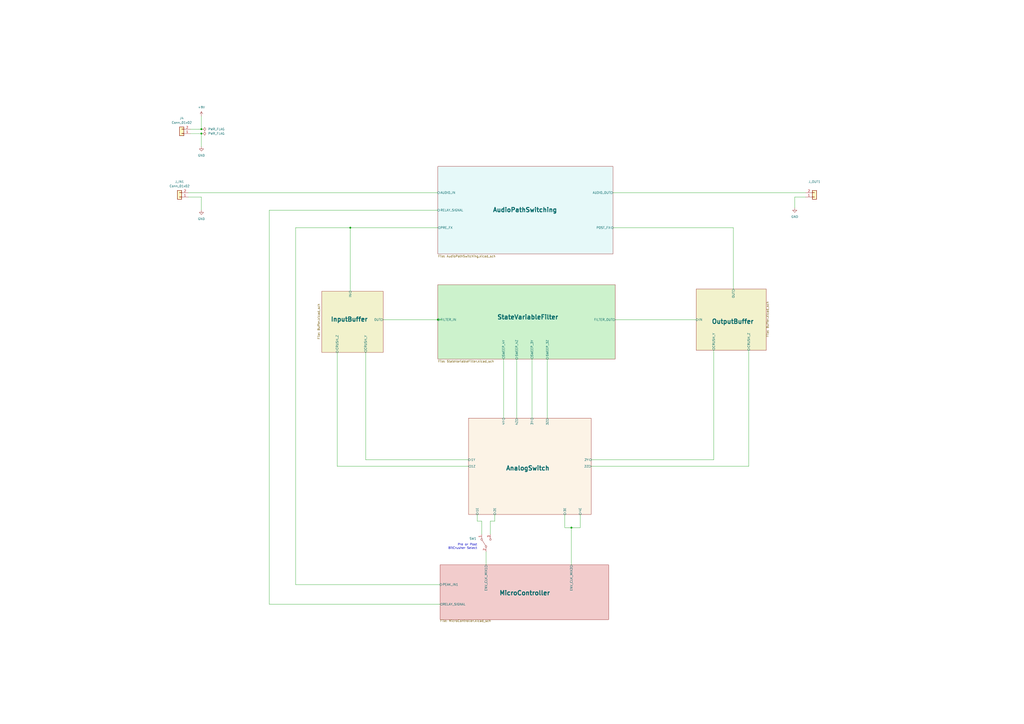
<source format=kicad_sch>
(kicad_sch (version 20211123) (generator eeschema)
  (paper "A2")
  (lib_symbols
    (symbol "Connector_Generic:Conn_01x02" (pin_names (offset 1.016) hide)
      (property "Reference" "J" (at 0 2.54 0))
      (property "Value" "Conn_01x02" (at 0 -5.08 0))
      (symbol "Conn_01x02_1_1"
        (rectangle (start -1.27 -2.413) (end 0 -2.667) (stroke (width 0.1524)))
        (rectangle (start -1.27 0.127) (end 0 -0.127) (stroke (width 0.1524)))
        (rectangle (start -1.27 1.27) (end 1.27 -3.81) (stroke (width 0.254)) (fill (type background)))
        (pin passive line (at -5.08 0 0) (length 3.81) (name "Pin_1") (number "1"))
        (pin passive line (at -5.08 -2.54 0) (length 3.81) (name "Pin_2") (number "2"))
      )
    )
    (symbol "Switch:SW_SPDT" (pin_names (offset 0) hide)
      (property "Reference" "SW" (at 0 4.318 0))
      (property "Value" "SW_SPDT" (at 0 -5.08 0))
      (symbol "SW_SPDT_0_0"
        (circle (center -2.032 0) (radius 0.508))
        (circle (center 2.032 -2.54) (radius 0.508))
      )
      (symbol "SW_SPDT_0_1"
        (polyline (pts (xy -1.524 0.254) (xy 1.651 2.286)))
        (circle (center 2.032 2.54) (radius 0.508))
      )
      (symbol "SW_SPDT_1_1"
        (pin passive line (at 5.08 2.54 180) (length 2.54) (name "A") (number "1"))
        (pin passive line (at -5.08 0 0) (length 2.54) (name "B") (number "2"))
        (pin passive line (at 5.08 -2.54 180) (length 2.54) (name "C") (number "3"))
      )
    )
    (symbol "power:+9V" (power) (pin_names (offset 0))
      (property "Value" "+9V" (at 0 3.556 0))
      (symbol "+9V_0_1"
        (polyline (pts (xy -0.762 1.27) (xy 0 2.54)))
        (polyline (pts (xy 0 0) (xy 0 2.54)))
        (polyline (pts (xy 0 2.54) (xy 0.762 1.27)))
      )
      (symbol "+9V_1_1"
        (pin power_in line (at 0 0 90) (length 0) hide (name "+9V") (number "1"))
      )
    )
    (symbol "power:GND" (power) (pin_names (offset 0))
      (property "Value" "GND" (at 0 -3.81 0))
      (symbol "GND_0_1"
        (polyline (pts (xy 0 0) (xy 0 -1.27) (xy 1.27 -1.27) (xy 0 -2.54) (xy -1.27 -1.27) (xy 0 -1.27)))
      )
      (symbol "GND_1_1"
        (pin power_in line (at 0 0 270) (length 0) hide (name "GND") (number "1"))
      )
    )
    (symbol "power:PWR_FLAG" (power) (pin_numbers hide) (pin_names (offset 0) hide)
      (property "Value" "PWR_FLAG" (at 0 3.81 0))
      (symbol "PWR_FLAG_0_0"
        (pin power_out line (at 0 0 90) (length 0) (name "pwr") (number "1"))
      )
      (symbol "PWR_FLAG_0_1"
        (polyline (pts (xy 0 0) (xy 0 1.27) (xy -1.016 1.905) (xy 0 2.54) (xy 1.016 1.905) (xy 0 1.27)))
      )
    )
  )
  (junction (at 331.47 306.07))
  (junction (at 116.84 74.93))
  (junction (at 203.2 132.08))
  (junction (at 254 185.42))
  (junction (at 116.84 77.47))
  (wire (pts (xy 255.27 350.52) (xy 156.21 350.52)))
  (wire (pts (xy 461.01 114.3) (xy 461.01 120.65)))
  (wire (pts (xy 284.48 302.26) (xy 284.48 309.88)))
  (wire (pts (xy 467.36 114.3) (xy 461.01 114.3)))
  (wire (pts (xy 156.21 350.52) (xy 156.21 121.92)))
  (wire (pts (xy 342.9 266.7) (xy 414.02 266.7)))
  (wire (pts (xy 327.66 306.07) (xy 331.47 306.07)))
  (wire (pts (xy 292.1 208.28) (xy 292.1 242.57)))
  (wire (pts (xy 279.4 302.26) (xy 276.86 302.26)))
  (wire (pts (xy 171.45 132.08) (xy 171.45 339.09)))
  (wire (pts (xy 356.87 185.42) (xy 403.86 185.42)))
  (wire (pts (xy 279.4 309.88) (xy 279.4 302.26)))
  (wire (pts (xy 317.5 208.28) (xy 317.5 242.57)))
  (wire (pts (xy 256.54 185.42) (xy 254 185.42)))
  (wire (pts (xy 299.72 208.28) (xy 299.72 242.57)))
  (wire (pts (xy 414.02 203.2) (xy 414.02 266.7)))
  (wire (pts (xy 195.58 270.51) (xy 271.78 270.51)))
  (wire (pts (xy 425.45 167.64) (xy 425.45 132.08)))
  (wire (pts (xy 434.34 270.51) (xy 434.34 203.2)))
  (wire (pts (xy 203.2 132.08) (xy 254 132.08)))
  (wire (pts (xy 327.66 298.45) (xy 327.66 306.07)))
  (wire (pts (xy 222.25 185.42) (xy 254 185.42)))
  (wire (pts (xy 336.55 306.07) (xy 336.55 298.45)))
  (wire (pts (xy 116.84 114.3) (xy 116.84 121.92)))
  (wire (pts (xy 287.02 302.26) (xy 284.48 302.26)))
  (wire (pts (xy 276.86 302.26) (xy 276.86 298.45)))
  (wire (pts (xy 281.94 320.04) (xy 281.94 327.66)))
  (wire (pts (xy 212.09 204.47) (xy 212.09 266.7)))
  (wire (pts (xy 171.45 339.09) (xy 255.27 339.09)))
  (wire (pts (xy 110.49 77.47) (xy 116.84 77.47)))
  (wire (pts (xy 116.84 77.47) (xy 116.84 85.09)))
  (wire (pts (xy 203.2 132.08) (xy 171.45 132.08)))
  (wire (pts (xy 212.09 266.7) (xy 271.78 266.7)))
  (wire (pts (xy 355.6 132.08) (xy 425.45 132.08)))
  (wire (pts (xy 156.21 121.92) (xy 254 121.92)))
  (wire (pts (xy 342.9 270.51) (xy 434.34 270.51)))
  (wire (pts (xy 308.61 208.28) (xy 308.61 242.57)))
  (wire (pts (xy 195.58 270.51) (xy 195.58 204.47)))
  (wire (pts (xy 116.84 67.31) (xy 116.84 74.93)))
  (wire (pts (xy 331.47 306.07) (xy 331.47 327.66)))
  (wire (pts (xy 331.47 306.07) (xy 336.55 306.07)))
  (wire (pts (xy 109.22 111.76) (xy 254 111.76)))
  (wire (pts (xy 110.49 74.93) (xy 116.84 74.93)))
  (wire (pts (xy 355.6 111.76) (xy 467.36 111.76)))
  (wire (pts (xy 203.2 132.08) (xy 203.2 168.91)))
  (wire (pts (xy 109.22 114.3) (xy 116.84 114.3)))
  (wire (pts (xy 287.02 298.45) (xy 287.02 302.26)))
  (text "Pre or Post\nBitCrusher Select" (at 276.86 318.77 180) (effects (font (size 1.27 1.27)) (justify right bottom)))
  (symbol (lib_id "Connector_Generic:Conn_01x02") (at 472.44 114.3 0) (mirror x) (unit 1)
    (property "Reference" "J_OUT1" (at 472.44 105.41 0))
    (property "Value" "Conn_01x02" (effects hide))
    (property "Footprint" "Connector_PinHeader_2.54mm:PinHeader_1x02_P2.54mm_Vertical" (effects hide))
  )
  (symbol (lib_id "power:GND") (at 116.84 121.92 0) (unit 1)
    (property "Reference" "#PWR01" (effects hide))
    (property "Value" "GND" (at 116.84 127 0))
  )
  (symbol (lib_id "power:+9V") (at 116.84 67.31 0) (unit 1)
    (property "Reference" "#PWR038" (effects hide))
    (property "Value" "+9V" (at 116.84 62.23 0))
  )
  (symbol (lib_id "power:PWR_FLAG") (at 116.84 74.93 270) (unit 1)
    (property "Reference" "#FLG01" (effects hide))
    (property "Value" "PWR_FLAG" (at 120.65 74.9299 90) (effects (justify left)))
  )
  (symbol (lib_id "Switch:SW_SPDT") (at 281.94 314.96 90) (unit 1)
    (property "Reference" "SW1" (at 274.32 312.42 90))
    (property "Value" "SW_SPDT" (effects hide))
  )
  (symbol (lib_id "power:PWR_FLAG") (at 116.84 77.47 270) (unit 1)
    (property "Reference" "#FLG02" (effects hide))
    (property "Value" "PWR_FLAG" (at 120.65 77.4699 90) (effects (justify left)))
  )
  (symbol (lib_id "power:GND") (at 461.01 120.65 0) (unit 1)
    (property "Reference" "#PWR02" (effects hide))
    (property "Value" "GND" (at 461.01 125.73 0))
  )
  (symbol (lib_id "Connector_Generic:Conn_01x02") (at 105.41 77.47 180) (unit 1)
    (property "Reference" "J4" (at 105.41 68.58 0))
    (property "Value" "Conn_01x02" (at 105.41 71.12 0))
  )
  (symbol (lib_id "Connector_Generic:Conn_01x02") (at 104.14 114.3 180) (unit 1)
    (property "Reference" "J_IN1" (at 104.14 105.41 0))
    (property "Value" "Conn_01x02" (at 104.14 107.95 0))
    (property "Footprint" "Connector_PinHeader_2.54mm:PinHeader_1x02_P2.54mm_Vertical" (effects hide))
  )
  (symbol (lib_id "power:GND") (at 116.84 85.09 0) (unit 1)
    (property "Reference" "#PWR078" (effects hide))
    (property "Value" "GND" (at 116.84 90.17 0))
  )
  (sheet (at 254 165.1) (size 102.87 43.18) (stroke (width 0.1524)) (fill (color 0 194 0 0.2000))
    (property "Sheet name" "StateVariableFilter" (at 288.29 185.42 0) (effects (font (size 2.54 2.54) bold) (justify left bottom)))
    (property "Sheet file" "StateVariableFilter.kicad_sch" (at 254 208.8646 0) (effects (justify left top)))
    (pin "FILTER_OUT" output (at 356.87 185.42 0))
    (pin "FILTER_IN" input (at 254 185.42 180))
    (pin "SWEEP_3Y" output (at 308.61 208.28 270))
    (pin "SWEEP_3Z" input (at 317.5 208.28 270))
    (pin "SWEEP_4Y" output (at 292.1 208.28 270))
    (pin "SWEEP_4Z" input (at 299.72 208.28 270))
  )
  (sheet (at 271.78 242.57) (size 71.12 55.88) (stroke (width 0.1524)) (fill (color 221 133 0 0.1000))
    (property "Sheet name" "AnalogSwitch" (at 293.37 273.05 0) (effects (font (size 2.54 2.54) bold) (justify left bottom)))
    (property "Sheet file" "AnalogSwitch.kicad_sch" (at 271.78 298.5266 0) (effects (font (size 0 0)) (justify left top)))
    (pin "4E" input (at 336.55 298.45 270))
    (pin "4Y" input (at 292.1 242.57 90))
    (pin "3E" input (at 327.66 298.45 270))
    (pin "1Z" output (at 271.78 270.51 180))
    (pin "1E" input (at 276.86 298.45 270))
    (pin "1Y" input (at 271.78 266.7 180))
    (pin "2Y" input (at 342.9 266.7 0))
    (pin "2Z" output (at 342.9 270.51 0))
    (pin "4Z" output (at 299.72 242.57 90))
    (pin "3Y" input (at 308.61 242.57 90))
    (pin "2E" input (at 287.02 298.45 270))
    (pin "3Z" output (at 317.5 242.57 90))
  )
  (sheet (at 403.86 167.64) (size 40.64 35.56) (stroke (width 0.1524)) (fill (color 194 194 0 0.2000))
    (property "Sheet name" "OutputBuffer" (at 412.75 187.96 0) (effects (font (size 2.54 2.54) bold) (justify left bottom)))
    (property "Sheet file" "Buffer.kicad_sch" (at 444.5 195.58 90) (effects (justify left top)))
    (pin "IN" input (at 403.86 185.42 180))
    (pin "OUT" output (at 425.45 167.64 90))
    (pin "CRUSH_Z" input (at 434.34 203.2 270))
    (pin "CRUSH_Y" output (at 414.02 203.2 270))
  )
  (sheet (at 254 96.52) (size 101.6 50.8) (stroke (width 0.1524)) (fill (color 0 194 194 0.1000))
    (property "Sheet name" "AudioPathSwitching" (at 285.75 123.19 0) (effects (font (size 2.54 2.54) bold) (justify left bottom)))
    (property "Sheet file" "AudioPathSwitching.kicad_sch" (at 254 147.9046 0) (effects (justify left top)))
    (pin "AUDIO_OUT" output (at 355.6 111.76 0))
    (pin "AUDIO_IN" input (at 254 111.76 180))
    (pin "PRE_FX" output (at 254 132.08 180))
    (pin "POST_FX" input (at 355.6 132.08 0))
    (pin "RELAY_SIGNAL" input (at 254 121.92 180))
  )
  (sheet (at 255.27 327.66) (size 97.79 31.75) (stroke (width 0.1524)) (fill (color 194 0 0 0.2000))
    (property "Sheet name" "MicroController" (at 289.56 345.44 0) (effects (font (size 2.54 2.54) bold) (justify left bottom)))
    (property "Sheet file" " MicroController.kicad_sch" (at 255.27 359.41 0) (effects (justify left top)))
    (pin "PEAK_IN1" input (at 255.27 339.09 180))
    (pin "ENV_CLK_MIX2" output (at 331.47 327.66 90))
    (pin "ENV_CLK_MIX1" output (at 281.94 327.66 90))
    (pin "RELAY_SIGNAL" output (at 255.27 350.52 180))
  )
  (sheet (at 186.69 168.91) (size 35.56 35.56) (stroke (width 0.1524)) (fill (color 194 194 0 0.2000))
    (property "Sheet name" "InputBuffer" (at 191.77 186.69 0) (effects (font (size 2.54 2.54) bold) (justify left bottom)))
    (property "Sheet file" "Buffer.kicad_sch" (at 184.15 196.85 90) (effects (justify left top)))
    (pin "IN" input (at 203.2 168.91 90))
    (pin "OUT" output (at 222.25 185.42 0))
    (pin "CRUSH_Z" input (at 195.58 204.47 270))
    (pin "CRUSH_Y" output (at 212.09 204.47 270))
  )
)
</source>
